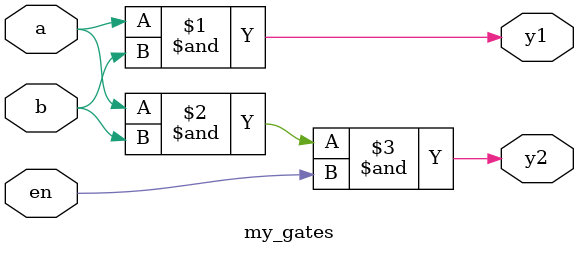
<source format=v>
`timescale 1ns / 1ps


module my_gates(a,b,en,y1,y2);
//inputs
input a,b,en;

//outputs
output y1,y2;

//gates
and a1(y1,a,b);//2 input ports
and a2(y2,a,b,en);//3 input ports

endmodule

</source>
